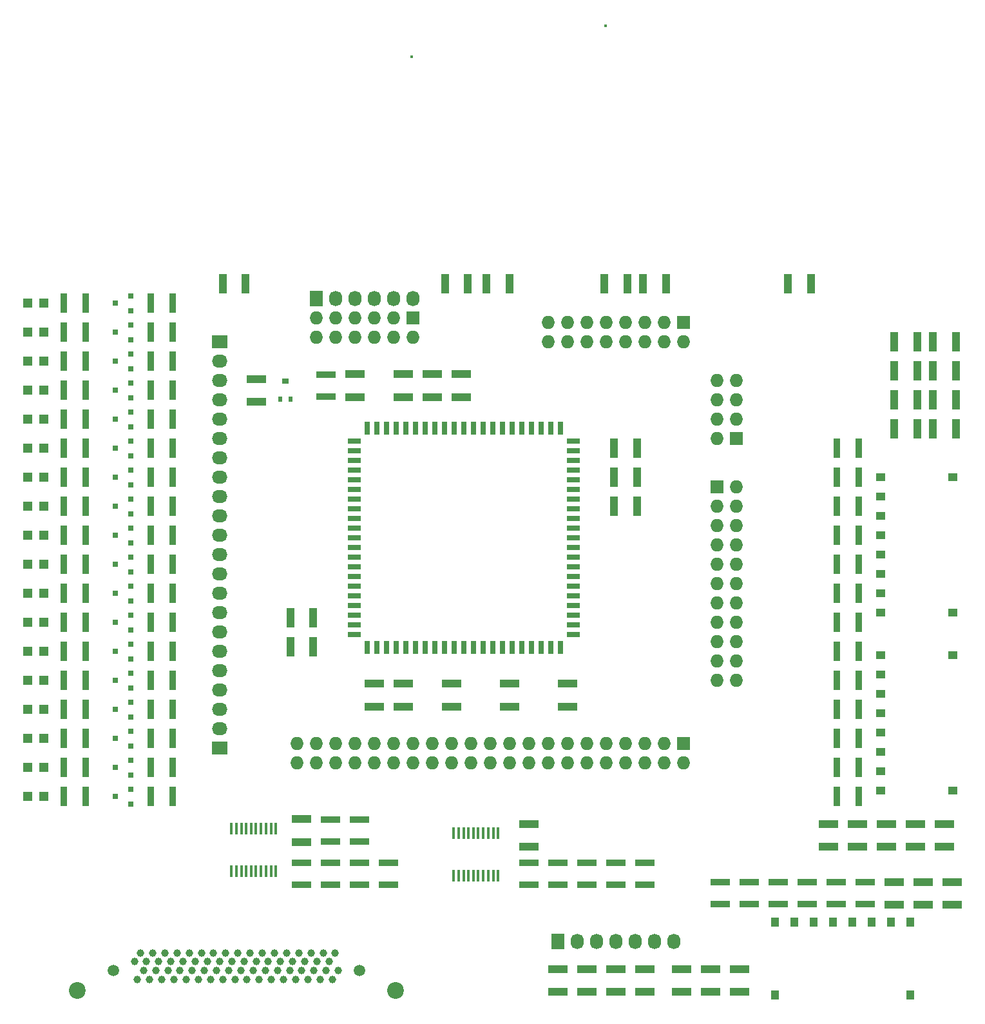
<source format=gbr>
G04 #@! TF.FileFunction,Soldermask,Top*
%FSLAX46Y46*%
G04 Gerber Fmt 4.6, Leading zero omitted, Abs format (unit mm)*
G04 Created by KiCad (PCBNEW (2015-08-16 BZR 6097)-product) date Monday 17. August 2015 13.28.47*
%MOMM*%
G01*
G04 APERTURE LIST*
%ADD10C,0.100000*%
%ADD11R,0.762000X1.778000*%
%ADD12R,1.778000X0.762000*%
%ADD13R,1.300000X1.100000*%
%ADD14R,2.032000X1.727200*%
%ADD15O,2.032000X1.727200*%
%ADD16R,1.727200X2.032000*%
%ADD17O,1.727200X2.032000*%
%ADD18R,2.500000X1.000000*%
%ADD19R,1.000000X2.500000*%
%ADD20R,1.727200X1.727200*%
%ADD21O,1.727200X1.727200*%
%ADD22R,2.500000X0.900000*%
%ADD23R,0.900000X2.500000*%
%ADD24R,0.600000X0.700000*%
%ADD25R,0.900000X0.700000*%
%ADD26R,1.100000X1.300000*%
%ADD27C,0.400000*%
%ADD28R,1.198880X1.198880*%
%ADD29C,1.000000*%
%ADD30C,1.500000*%
%ADD31C,2.200000*%
%ADD32R,0.299720X1.597660*%
%ADD33R,0.800100X0.800100*%
G04 APERTURE END LIST*
D10*
D11*
X95567500Y-92583000D03*
X96837500Y-92583000D03*
X98107500Y-92583000D03*
X99377500Y-92583000D03*
X100647500Y-92583000D03*
X101917500Y-92583000D03*
X103187500Y-92583000D03*
X104457500Y-92583000D03*
X105727500Y-92583000D03*
X106997500Y-92583000D03*
X108267500Y-92583000D03*
X109537500Y-92583000D03*
X110807500Y-92583000D03*
X112077500Y-92583000D03*
X113347500Y-92583000D03*
X114617500Y-92583000D03*
X115887500Y-92583000D03*
X117157500Y-92583000D03*
X118427500Y-92583000D03*
X119697500Y-92583000D03*
X120967500Y-92583000D03*
D12*
X122669300Y-94284800D03*
X122669300Y-95554800D03*
X122669300Y-96824800D03*
X122669300Y-98094800D03*
X122669300Y-99364800D03*
X122669300Y-100634800D03*
X122669300Y-101904800D03*
X122669300Y-103174800D03*
X122669300Y-104444800D03*
X122669300Y-105714800D03*
X122669300Y-106984800D03*
X122669300Y-108254800D03*
X122669300Y-109524800D03*
X122669300Y-110794800D03*
X122669300Y-112064800D03*
X122669300Y-113334800D03*
X122669300Y-114604800D03*
X122669300Y-115874800D03*
X122669300Y-117144800D03*
X122669300Y-118414800D03*
X122669300Y-119684800D03*
D11*
X120967500Y-121386600D03*
X119697500Y-121386600D03*
X118427500Y-121386600D03*
X117157500Y-121386600D03*
X115887500Y-121386600D03*
X114617500Y-121386600D03*
X113347500Y-121386600D03*
X112077500Y-121386600D03*
X110807500Y-121386600D03*
X109537500Y-121386600D03*
X108267500Y-121386600D03*
X106997500Y-121386600D03*
X105727500Y-121386600D03*
X104457500Y-121386600D03*
X103187500Y-121386600D03*
X101917500Y-121386600D03*
X100647500Y-121386600D03*
X99377500Y-121386600D03*
X98107500Y-121386600D03*
X96837500Y-121386600D03*
X95567500Y-121386600D03*
D12*
X93865700Y-119684800D03*
X93865700Y-118414800D03*
X93865700Y-117144800D03*
X93865700Y-115874800D03*
X93865700Y-114604800D03*
X93865700Y-113334800D03*
X93865700Y-112064800D03*
X93865700Y-110794800D03*
X93865700Y-109524800D03*
X93865700Y-108254800D03*
X93865700Y-106984800D03*
X93865700Y-105714800D03*
X93865700Y-104444800D03*
X93865700Y-103174800D03*
X93865700Y-101904800D03*
X93865700Y-100634800D03*
X93865700Y-99364800D03*
X93865700Y-98094800D03*
X93865700Y-96824800D03*
X93865700Y-95554800D03*
X93865700Y-94284800D03*
D13*
X163068000Y-140208000D03*
X163068000Y-137668000D03*
X163068000Y-135128000D03*
X163068000Y-132588000D03*
X163068000Y-130048000D03*
X163068000Y-127508000D03*
X163068000Y-124968000D03*
X163068000Y-122428000D03*
X172568000Y-122428000D03*
X172568000Y-140208000D03*
D14*
X76200000Y-134620000D03*
D15*
X76200000Y-132080000D03*
X76200000Y-129540000D03*
X76200000Y-127000000D03*
X76200000Y-124460000D03*
X76200000Y-121920000D03*
X76200000Y-119380000D03*
X76200000Y-116840000D03*
X76200000Y-114300000D03*
X76200000Y-111760000D03*
X76200000Y-109220000D03*
X76200000Y-106680000D03*
X76200000Y-104140000D03*
X76200000Y-101600000D03*
X76200000Y-99060000D03*
X76200000Y-96520000D03*
X76200000Y-93980000D03*
X76200000Y-91440000D03*
X76200000Y-88900000D03*
D16*
X88900000Y-75565000D03*
D17*
X91440000Y-75565000D03*
X93980000Y-75565000D03*
X96520000Y-75565000D03*
X99060000Y-75565000D03*
X101600000Y-75565000D03*
D18*
X100330000Y-88495000D03*
X100330000Y-85495000D03*
D19*
X128040000Y-95250000D03*
X131040000Y-95250000D03*
X88495000Y-121285000D03*
X85495000Y-121285000D03*
D18*
X81026000Y-86130000D03*
X81026000Y-89130000D03*
D19*
X126770000Y-73660000D03*
X129770000Y-73660000D03*
X134850000Y-73660000D03*
X131850000Y-73660000D03*
D18*
X121920000Y-129135000D03*
X121920000Y-126135000D03*
D19*
X76605000Y-73660000D03*
X79605000Y-73660000D03*
D18*
X93980000Y-85495000D03*
X93980000Y-88495000D03*
D19*
X108815000Y-73660000D03*
X105815000Y-73660000D03*
D18*
X124460000Y-163600000D03*
X124460000Y-166600000D03*
X120650000Y-163600000D03*
X120650000Y-166600000D03*
D19*
X114276000Y-73660000D03*
X111276000Y-73660000D03*
X153900000Y-73660000D03*
X150900000Y-73660000D03*
D18*
X104140000Y-88495000D03*
X104140000Y-85495000D03*
D19*
X128040000Y-99060000D03*
X131040000Y-99060000D03*
X128040000Y-102870000D03*
X131040000Y-102870000D03*
D18*
X96520000Y-126135000D03*
X96520000Y-129135000D03*
X106680000Y-126135000D03*
X106680000Y-129135000D03*
X107950000Y-88495000D03*
X107950000Y-85495000D03*
X136906000Y-166600000D03*
X136906000Y-163600000D03*
D19*
X167870000Y-81280000D03*
X164870000Y-81280000D03*
D18*
X156210000Y-147550000D03*
X156210000Y-144550000D03*
X140716000Y-166600000D03*
X140716000Y-163600000D03*
D19*
X167870000Y-85090000D03*
X164870000Y-85090000D03*
D18*
X160020000Y-147550000D03*
X160020000Y-144550000D03*
X144526000Y-166600000D03*
X144526000Y-163600000D03*
D19*
X167870000Y-88900000D03*
X164870000Y-88900000D03*
D18*
X163830000Y-147550000D03*
X163830000Y-144550000D03*
X172466000Y-155170000D03*
X172466000Y-152170000D03*
D19*
X167870000Y-92710000D03*
X164870000Y-92710000D03*
D18*
X167640000Y-147550000D03*
X167640000Y-144550000D03*
X168656000Y-155170000D03*
X168656000Y-152170000D03*
D19*
X169950000Y-81280000D03*
X172950000Y-81280000D03*
D18*
X171450000Y-147550000D03*
X171450000Y-144550000D03*
X164846000Y-155170000D03*
X164846000Y-152170000D03*
D19*
X169950000Y-85090000D03*
X172950000Y-85090000D03*
X169950000Y-88900000D03*
X172950000Y-88900000D03*
X169950000Y-92710000D03*
X172950000Y-92710000D03*
D20*
X137160000Y-133985000D03*
D21*
X137160000Y-136525000D03*
X134620000Y-133985000D03*
X134620000Y-136525000D03*
X132080000Y-133985000D03*
X132080000Y-136525000D03*
X129540000Y-133985000D03*
X129540000Y-136525000D03*
X127000000Y-133985000D03*
X127000000Y-136525000D03*
X124460000Y-133985000D03*
X124460000Y-136525000D03*
X121920000Y-133985000D03*
X121920000Y-136525000D03*
X119380000Y-133985000D03*
X119380000Y-136525000D03*
X116840000Y-133985000D03*
X116840000Y-136525000D03*
X114300000Y-133985000D03*
X114300000Y-136525000D03*
X111760000Y-133985000D03*
X111760000Y-136525000D03*
X109220000Y-133985000D03*
X109220000Y-136525000D03*
X106680000Y-133985000D03*
X106680000Y-136525000D03*
X104140000Y-133985000D03*
X104140000Y-136525000D03*
X101600000Y-133985000D03*
X101600000Y-136525000D03*
X99060000Y-133985000D03*
X99060000Y-136525000D03*
X96520000Y-133985000D03*
X96520000Y-136525000D03*
X93980000Y-133985000D03*
X93980000Y-136525000D03*
X91440000Y-133985000D03*
X91440000Y-136525000D03*
X88900000Y-133985000D03*
X88900000Y-136525000D03*
X86360000Y-133985000D03*
X86360000Y-136525000D03*
D22*
X90170000Y-85545000D03*
X90170000Y-88445000D03*
D23*
X157300000Y-121920000D03*
X160200000Y-121920000D03*
X157300000Y-118110000D03*
X160200000Y-118110000D03*
X157300000Y-114300000D03*
X160200000Y-114300000D03*
X157300000Y-110490000D03*
X160200000Y-110490000D03*
X157300000Y-106680000D03*
X160200000Y-106680000D03*
X157300000Y-102870000D03*
X160200000Y-102870000D03*
X157300000Y-99060000D03*
X160200000Y-99060000D03*
X157300000Y-95250000D03*
X160200000Y-95250000D03*
X157300000Y-140970000D03*
X160200000Y-140970000D03*
X157300000Y-137160000D03*
X160200000Y-137160000D03*
X157300000Y-133350000D03*
X160200000Y-133350000D03*
X157300000Y-129540000D03*
X160200000Y-129540000D03*
X157300000Y-125730000D03*
X160200000Y-125730000D03*
D22*
X141986000Y-152220000D03*
X141986000Y-155120000D03*
X145796000Y-152220000D03*
X145796000Y-155120000D03*
X149606000Y-152220000D03*
X149606000Y-155120000D03*
X153416000Y-152220000D03*
X153416000Y-155120000D03*
X157226000Y-152220000D03*
X157226000Y-155120000D03*
X161036000Y-152220000D03*
X161036000Y-155120000D03*
D23*
X67130000Y-76200000D03*
X70030000Y-76200000D03*
X55700000Y-76200000D03*
X58600000Y-76200000D03*
X67130000Y-80010000D03*
X70030000Y-80010000D03*
X55700000Y-80010000D03*
X58600000Y-80010000D03*
X67130000Y-83820000D03*
X70030000Y-83820000D03*
X55700000Y-83820000D03*
X58600000Y-83820000D03*
X67130000Y-87630000D03*
X70030000Y-87630000D03*
X55700000Y-87630000D03*
X58600000Y-87630000D03*
X67130000Y-91440000D03*
X70030000Y-91440000D03*
X55700000Y-91440000D03*
X58600000Y-91440000D03*
X67130000Y-95250000D03*
X70030000Y-95250000D03*
D22*
X86995000Y-149680000D03*
X86995000Y-152580000D03*
X90805000Y-149680000D03*
X90805000Y-152580000D03*
X94615000Y-149680000D03*
X94615000Y-152580000D03*
X94615000Y-146865000D03*
X94615000Y-143965000D03*
X90805000Y-146865000D03*
X90805000Y-143965000D03*
X132080000Y-149680000D03*
X132080000Y-152580000D03*
X128270000Y-149680000D03*
X128270000Y-152580000D03*
X116840000Y-149680000D03*
X116840000Y-152580000D03*
X124460000Y-149680000D03*
X124460000Y-152580000D03*
X120650000Y-149680000D03*
X120650000Y-152580000D03*
D24*
X84186000Y-88830000D03*
D25*
X84836000Y-86430000D03*
D24*
X85486000Y-88830000D03*
D13*
X163068000Y-116840000D03*
X163068000Y-114300000D03*
X163068000Y-111760000D03*
X163068000Y-109220000D03*
X163068000Y-106680000D03*
X163068000Y-104140000D03*
X163068000Y-101600000D03*
X163068000Y-99060000D03*
X172568000Y-99060000D03*
X172568000Y-116840000D03*
D26*
X149225000Y-157480000D03*
X151765000Y-157480000D03*
X154305000Y-157480000D03*
X156845000Y-157480000D03*
X159385000Y-157480000D03*
X161925000Y-157480000D03*
X164465000Y-157480000D03*
X167005000Y-157480000D03*
X167005000Y-166980000D03*
X149225000Y-166980000D03*
D19*
X88495000Y-117475000D03*
X85495000Y-117475000D03*
D18*
X114300000Y-126135000D03*
X114300000Y-129135000D03*
X100330000Y-126135000D03*
X100330000Y-129135000D03*
D14*
X76200000Y-81280000D03*
D15*
X76200000Y-83820000D03*
X76200000Y-86360000D03*
D20*
X137160000Y-78740000D03*
D21*
X137160000Y-81280000D03*
X134620000Y-78740000D03*
X134620000Y-81280000D03*
X132080000Y-78740000D03*
X132080000Y-81280000D03*
X129540000Y-78740000D03*
X129540000Y-81280000D03*
X127000000Y-78740000D03*
X127000000Y-81280000D03*
X124460000Y-78740000D03*
X124460000Y-81280000D03*
X121920000Y-78740000D03*
X121920000Y-81280000D03*
X119380000Y-78740000D03*
X119380000Y-81280000D03*
D20*
X101600000Y-78105000D03*
D21*
X101600000Y-80645000D03*
X99060000Y-78105000D03*
X99060000Y-80645000D03*
X96520000Y-78105000D03*
X96520000Y-80645000D03*
X93980000Y-78105000D03*
X93980000Y-80645000D03*
X91440000Y-78105000D03*
X91440000Y-80645000D03*
X88900000Y-78105000D03*
X88900000Y-80645000D03*
D27*
X126928000Y-39787000D03*
D22*
X98425000Y-149680000D03*
X98425000Y-152580000D03*
D18*
X86995000Y-146915000D03*
X86995000Y-143915000D03*
X116840000Y-147550000D03*
X116840000Y-144550000D03*
D28*
X51020980Y-76200000D03*
X53119020Y-76200000D03*
X51020980Y-80010000D03*
X53119020Y-80010000D03*
X51020980Y-83820000D03*
X53119020Y-83820000D03*
X51020980Y-87630000D03*
X53119020Y-87630000D03*
X51020980Y-91440000D03*
X53119020Y-91440000D03*
X51020980Y-95250000D03*
X53119020Y-95250000D03*
X51020980Y-99060000D03*
X53119020Y-99060000D03*
X51020980Y-102870000D03*
X53119020Y-102870000D03*
X51020980Y-106680000D03*
X53119020Y-106680000D03*
X51020980Y-110490000D03*
X53119020Y-110490000D03*
X51020980Y-114300000D03*
X53119020Y-114300000D03*
X51020980Y-118110000D03*
X53119020Y-118110000D03*
X51020980Y-121920000D03*
X53119020Y-121920000D03*
X51020980Y-125730000D03*
X53119020Y-125730000D03*
X51020980Y-129540000D03*
X53119020Y-129540000D03*
X51020980Y-133350000D03*
X53119020Y-133350000D03*
X51020980Y-137160000D03*
X53119020Y-137160000D03*
X51020980Y-140970000D03*
X53119020Y-140970000D03*
D29*
X78200000Y-164980000D03*
X76600000Y-164980000D03*
X75000000Y-164980000D03*
X73400000Y-164980000D03*
X71800000Y-164980000D03*
X70200000Y-164980000D03*
X68600000Y-164980000D03*
X67000000Y-164980000D03*
X65400000Y-164980000D03*
X79800000Y-164980000D03*
X81400000Y-164980000D03*
X83000000Y-164980000D03*
X84600000Y-164980000D03*
X86200000Y-164980000D03*
X87800000Y-164980000D03*
X89400000Y-164980000D03*
X91000000Y-164980000D03*
X91800000Y-163830000D03*
X90200000Y-163830000D03*
X88600000Y-163830000D03*
X87000000Y-163830000D03*
X85400000Y-163830000D03*
X83800000Y-163830000D03*
X82200000Y-163830000D03*
X80600000Y-163830000D03*
X66200000Y-163830000D03*
X67800000Y-163830000D03*
X69400000Y-163830000D03*
X71000000Y-163830000D03*
X72600000Y-163830000D03*
X74200000Y-163830000D03*
X75800000Y-163830000D03*
X77400000Y-163830000D03*
X79000000Y-163830000D03*
X78600000Y-161480000D03*
X77000000Y-161480000D03*
X75400000Y-161480000D03*
X73800000Y-161480000D03*
X72200000Y-161480000D03*
X70600000Y-161480000D03*
X69000000Y-161480000D03*
X67400000Y-161480000D03*
X65800000Y-161480000D03*
X80200000Y-161480000D03*
X81800000Y-161480000D03*
X83400000Y-161480000D03*
X85000000Y-161480000D03*
X86600000Y-161480000D03*
X88200000Y-161480000D03*
X89800000Y-161480000D03*
X91400000Y-161480000D03*
X90600000Y-162630000D03*
X89000000Y-162630000D03*
X87400000Y-162630000D03*
X85800000Y-162630000D03*
X84200000Y-162630000D03*
X82600000Y-162630000D03*
X81000000Y-162630000D03*
X79400000Y-162630000D03*
X65000000Y-162630000D03*
X66600000Y-162630000D03*
X68200000Y-162630000D03*
X69800000Y-162630000D03*
X71400000Y-162630000D03*
X73000000Y-162630000D03*
X74600000Y-162630000D03*
X76200000Y-162630000D03*
X77800000Y-162630000D03*
D30*
X62230000Y-163830000D03*
D31*
X57460000Y-166450000D03*
X99360000Y-166450000D03*
D30*
X94580000Y-163830000D03*
D32*
X83593940Y-150754080D03*
X82943700Y-150754080D03*
X82293460Y-150754080D03*
X81643220Y-150754080D03*
X80992980Y-150754080D03*
X80345280Y-150754080D03*
X79695040Y-150754080D03*
X79047340Y-150754080D03*
X78397100Y-150754080D03*
X77746860Y-150754080D03*
X83593940Y-145155920D03*
X82943700Y-145155920D03*
X82293460Y-145155920D03*
X81643220Y-145155920D03*
X80992980Y-145155920D03*
X80345280Y-145155920D03*
X79695040Y-145155920D03*
X79047340Y-145155920D03*
X78397100Y-145155920D03*
X77746860Y-145155920D03*
X112803940Y-151389080D03*
X112153700Y-151389080D03*
X111503460Y-151389080D03*
X110853220Y-151389080D03*
X110202980Y-151389080D03*
X109555280Y-151389080D03*
X108905040Y-151389080D03*
X108257340Y-151389080D03*
X107607100Y-151389080D03*
X106956860Y-151389080D03*
X112803940Y-145790920D03*
X112153700Y-145790920D03*
X111503460Y-145790920D03*
X110853220Y-145790920D03*
X110202980Y-145790920D03*
X109555280Y-145790920D03*
X108905040Y-145790920D03*
X108257340Y-145790920D03*
X107607100Y-145790920D03*
X106956860Y-145790920D03*
D20*
X144145000Y-93980000D03*
D21*
X141605000Y-93980000D03*
X144145000Y-91440000D03*
X141605000Y-91440000D03*
X144145000Y-88900000D03*
X141605000Y-88900000D03*
X144145000Y-86360000D03*
X141605000Y-86360000D03*
D20*
X141605000Y-100330000D03*
D21*
X144145000Y-100330000D03*
X141605000Y-102870000D03*
X144145000Y-102870000D03*
X141605000Y-105410000D03*
X144145000Y-105410000D03*
X141605000Y-107950000D03*
X144145000Y-107950000D03*
X141605000Y-110490000D03*
X144145000Y-110490000D03*
X141605000Y-113030000D03*
X144145000Y-113030000D03*
X141605000Y-115570000D03*
X144145000Y-115570000D03*
X141605000Y-118110000D03*
X144145000Y-118110000D03*
X141605000Y-120650000D03*
X144145000Y-120650000D03*
X141605000Y-123190000D03*
X144145000Y-123190000D03*
X141605000Y-125730000D03*
X144145000Y-125730000D03*
D33*
X64500760Y-77150000D03*
X64500760Y-75250000D03*
X62501780Y-76200000D03*
X64500760Y-80960000D03*
X64500760Y-79060000D03*
X62501780Y-80010000D03*
X64500760Y-84770000D03*
X64500760Y-82870000D03*
X62501780Y-83820000D03*
X64500760Y-88580000D03*
X64500760Y-86680000D03*
X62501780Y-87630000D03*
X64500760Y-92390000D03*
X64500760Y-90490000D03*
X62501780Y-91440000D03*
X64500760Y-96200000D03*
X64500760Y-94300000D03*
X62501780Y-95250000D03*
X64500760Y-100010000D03*
X64500760Y-98110000D03*
X62501780Y-99060000D03*
X64500760Y-103820000D03*
X64500760Y-101920000D03*
X62501780Y-102870000D03*
X64500760Y-107630000D03*
X64500760Y-105730000D03*
X62501780Y-106680000D03*
X64500760Y-111440000D03*
X64500760Y-109540000D03*
X62501780Y-110490000D03*
X64500760Y-115250000D03*
X64500760Y-113350000D03*
X62501780Y-114300000D03*
X64500760Y-119060000D03*
X64500760Y-117160000D03*
X62501780Y-118110000D03*
X64500760Y-122870000D03*
X64500760Y-120970000D03*
X62501780Y-121920000D03*
X64500760Y-126680000D03*
X64500760Y-124780000D03*
X62501780Y-125730000D03*
X64500760Y-130490000D03*
X64500760Y-128590000D03*
X62501780Y-129540000D03*
X64500760Y-134300000D03*
X64500760Y-132400000D03*
X62501780Y-133350000D03*
X64500760Y-138110000D03*
X64500760Y-136210000D03*
X62501780Y-137160000D03*
X64500760Y-141920000D03*
X64500760Y-140020000D03*
X62501780Y-140970000D03*
D23*
X55700000Y-95250000D03*
X58600000Y-95250000D03*
X67130000Y-99060000D03*
X70030000Y-99060000D03*
X55700000Y-99060000D03*
X58600000Y-99060000D03*
X67130000Y-102870000D03*
X70030000Y-102870000D03*
X55700000Y-102870000D03*
X58600000Y-102870000D03*
X67130000Y-106680000D03*
X70030000Y-106680000D03*
X55700000Y-106680000D03*
X58600000Y-106680000D03*
X67130000Y-110490000D03*
X70030000Y-110490000D03*
X55700000Y-110490000D03*
X58600000Y-110490000D03*
X67130000Y-114300000D03*
X70030000Y-114300000D03*
X55700000Y-114300000D03*
X58600000Y-114300000D03*
X67130000Y-118110000D03*
X70030000Y-118110000D03*
X55700000Y-118110000D03*
X58600000Y-118110000D03*
X67130000Y-121920000D03*
X70030000Y-121920000D03*
X55700000Y-121920000D03*
X58600000Y-121920000D03*
X67130000Y-125730000D03*
X70030000Y-125730000D03*
X55700000Y-125730000D03*
X58600000Y-125730000D03*
X67130000Y-129540000D03*
X70030000Y-129540000D03*
X55700000Y-129540000D03*
X58600000Y-129540000D03*
X67130000Y-133350000D03*
X70030000Y-133350000D03*
X55700000Y-133350000D03*
X58600000Y-133350000D03*
X67130000Y-137160000D03*
X70030000Y-137160000D03*
X55700000Y-137160000D03*
X58600000Y-137160000D03*
X67130000Y-140970000D03*
X70030000Y-140970000D03*
X55700000Y-140970000D03*
X58600000Y-140970000D03*
D27*
X101456000Y-43837000D03*
D18*
X132080000Y-163600000D03*
X132080000Y-166600000D03*
X128270000Y-163600000D03*
X128270000Y-166600000D03*
D16*
X120650000Y-160020000D03*
D17*
X123190000Y-160020000D03*
X125730000Y-160020000D03*
X128270000Y-160020000D03*
X130810000Y-160020000D03*
X133350000Y-160020000D03*
X135890000Y-160020000D03*
M02*

</source>
